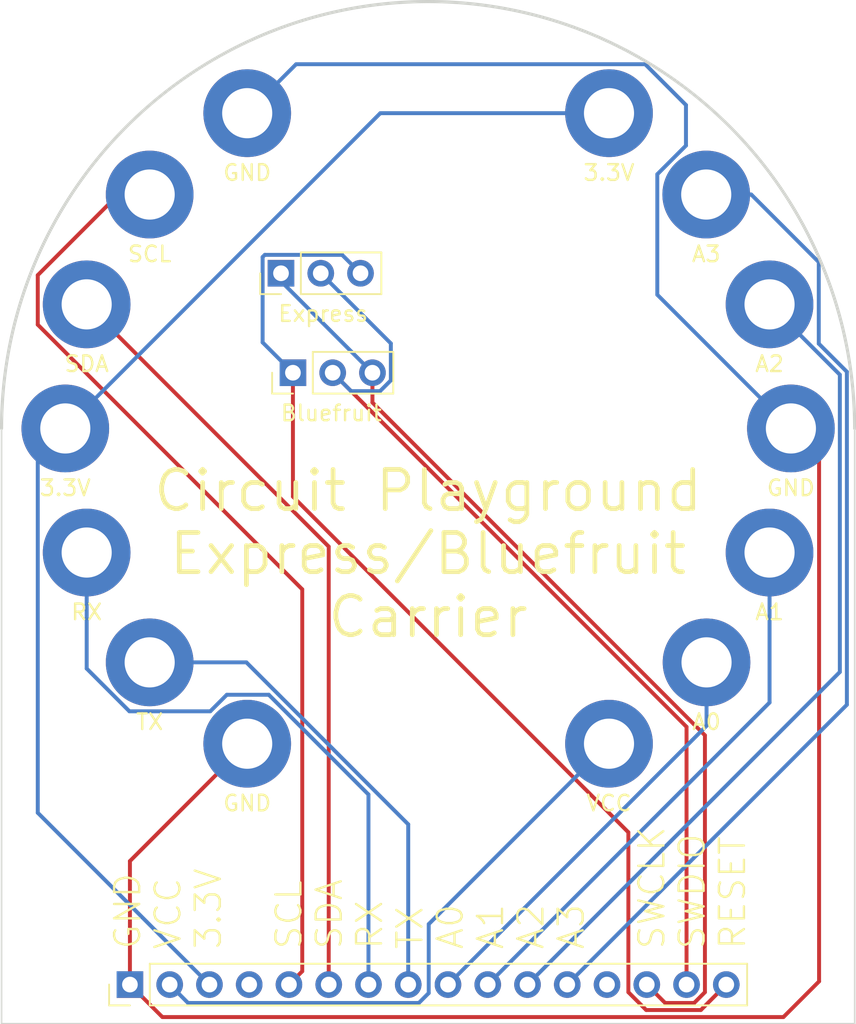
<source format=kicad_pcb>
(kicad_pcb (version 20221018) (generator pcbnew)
  (layers (0 "F.Cu" signal) (31 "B.Cu" signal) (34 "B.Paste" user) (35 "F.Paste" user) (36 "B.SilkS" user "B.Silkscreen") (37 "F.SilkS" user "F.Silkscreen") (38 "B.Mask" user) (39 "F.Mask" user) (44 "Edge.Cuts" user))
  (net 0 "")
  (net 1 "Net-(J1-Pin_1)")
  (net 2 "Net-(J1-Pin_5)")
  (net 3 "Net-(J1-Pin_6)")
  (net 4 "Net-(J1-Pin_3)")
  (net 5 "Net-(J1-Pin_7)")
  (net 6 "Net-(J1-Pin_8)")
  (net 7 "Net-(J1-Pin_12)")
  (net 8 "Net-(J1-Pin_11)")
  (net 9 "Net-(J1-Pin_10)")
  (net 10 "Net-(J1-Pin_9)")
  (net 11 "Net-(J1-Pin_2)")
  (net 14 "Net-(J1-Pin_14)")
  (net 15 "Net-(J1-Pin_15)")
  (net 16 "Net-(J1-Pin_16)")
  (footprint "MountingHole:MountingHole_3.2mm_M3_DIN965_Pad_TopBottom" (layer "F.Cu") (at 28.187 57.921)
    (fp_text reference "H5")
    (fp_text value "RX" (at 0 3.8) (layer "F.SilkS"))
    (pad "1" thru_hole circle (at 0 0) (size 3.6 3.6) (drill 3.2) (layers "*.Cu" "*.Mask") (net 5 "Net-(J1-Pin_7)"))
    (pad "1" connect circle (at 0 0) (size 5.6 5.6) (layers "F.Cu" "F.Mask") (net 5 "Net-(J1-Pin_7)"))
    (pad "1" connect circle (at 0 0) (size 5.6 5.6) (layers "B.Cu" "B.Mask") (net 5 "Net-(J1-Pin_7)"))
  )
  (footprint "Connector_PinHeader_2.54mm:PinHeader_1x16_P2.54mm_Vertical" (layer "F.Cu") (at 30.95 85.5 90)
    (fp_text reference "J1" hide)
    (fp_text value "Conn_01x16_Female" hide)
    (fp_line (start -1.33 -1.33) (end 0 -1.33) (stroke (width 0.12)) (layer "F.SilkS"))
    (fp_line (start -1.33 0) (end -1.33 -1.33) (stroke (width 0.12)) (layer "F.SilkS"))
    (fp_line (start -1.33 1.27) (end -1.33 39.43) (stroke (width 0.12)) (layer "F.SilkS"))
    (fp_line (start -1.33 1.27) (end 1.33 1.27) (stroke (width 0.12)) (layer "F.SilkS"))
    (fp_line (start -1.33 39.43) (end 1.33 39.43) (stroke (width 0.12)) (layer "F.SilkS"))
    (fp_line (start 1.33 1.27) (end 1.33 39.43) (stroke (width 0.12)) (layer "F.SilkS"))
    (pad "1" thru_hole rect (at 0 0 90) (size 1.7 1.7) (drill 1) (layers "*.Cu" "*.Mask") (net 1 "Net-(J1-Pin_1)"))
    (pad "2" thru_hole oval (at 0 2.54 90) (size 1.7 1.7) (drill 1) (layers "*.Cu" "*.Mask") (net 11 "Net-(J1-Pin_2)"))
    (pad "3" thru_hole oval (at 0 5.08 90) (size 1.7 1.7) (drill 1) (layers "*.Cu" "*.Mask") (net 4 "Net-(J1-Pin_3)"))
    (pad "4" thru_hole oval (at 0 7.62 90) (size 1.7 1.7) (drill 1) (layers "*.Cu" "*.Mask"))
    (pad "5" thru_hole oval (at 0 10.16 90) (size 1.7 1.7) (drill 1) (layers "*.Cu" "*.Mask") (net 2 "Net-(J1-Pin_5)"))
    (pad "6" thru_hole oval (at 0 12.7 90) (size 1.7 1.7) (drill 1) (layers "*.Cu" "*.Mask") (net 3 "Net-(J1-Pin_6)"))
    (pad "7" thru_hole oval (at 0 15.24 90) (size 1.7 1.7) (drill 1) (layers "*.Cu" "*.Mask") (net 5 "Net-(J1-Pin_7)"))
    (pad "8" thru_hole oval (at 0 17.78 90) (size 1.7 1.7) (drill 1) (layers "*.Cu" "*.Mask") (net 6 "Net-(J1-Pin_8)"))
    (pad "9" thru_hole oval (at 0 20.32 90) (size 1.7 1.7) (drill 1) (layers "*.Cu" "*.Mask") (net 10 "Net-(J1-Pin_9)"))
    (pad "10" thru_hole oval (at 0 22.86 90) (size 1.7 1.7) (drill 1) (layers "*.Cu" "*.Mask") (net 9 "Net-(J1-Pin_10)"))
    (pad "11" thru_hole oval (at 0 25.4 90) (size 1.7 1.7) (drill 1) (layers "*.Cu" "*.Mask") (net 8 "Net-(J1-Pin_11)"))
    (pad "12" thru_hole oval (at 0 27.94 90) (size 1.7 1.7) (drill 1) (layers "*.Cu" "*.Mask") (net 7 "Net-(J1-Pin_12)"))
    (pad "13" thru_hole oval (at 0 30.48 90) (size 1.7 1.7) (drill 1) (layers "*.Cu" "*.Mask"))
    (pad "14" thru_hole oval (at 0 33.02 90) (size 1.7 1.7) (drill 1) (layers "*.Cu" "*.Mask") (net 14 "Net-(J1-Pin_14)"))
    (pad "15" thru_hole oval (at 0 35.56 90) (size 1.7 1.7) (drill 1) (layers "*.Cu" "*.Mask") (net 15 "Net-(J1-Pin_15)"))
    (pad "16" thru_hole oval (at 0 38.1 90) (size 1.7 1.7) (drill 1) (layers "*.Cu" "*.Mask") (net 16 "Net-(J1-Pin_16)"))
  )
  (footprint "MountingHole:MountingHole_3.2mm_M3_DIN965_Pad_TopBottom" (layer "F.Cu") (at 32.212 35.068)
    (fp_text reference "H2")
    (fp_text value "SCL" (at 0 3.8) (layer "F.SilkS"))
    (pad "1" thru_hole circle (at 0 0) (size 3.6 3.6) (drill 3.2) (layers "*.Cu" "*.Mask") (net 2 "Net-(J1-Pin_5)"))
    (pad "1" connect circle (at 0 0) (size 5.6 5.6) (layers "F.Cu" "F.Mask") (net 2 "Net-(J1-Pin_5)"))
    (pad "1" connect circle (at 0 0) (size 5.6 5.6) (layers "B.Cu" "B.Mask") (net 2 "Net-(J1-Pin_5)"))
  )
  (footprint "MountingHole:MountingHole_3.2mm_M3_DIN965_Pad_TopBottom" (layer "F.Cu") (at 71.813 42.079)
    (fp_text reference "H10")
    (fp_text value "A2" (at 0 3.8) (layer "F.SilkS"))
    (pad "1" thru_hole circle (at 0 0) (size 3.6 3.6) (drill 3.2) (layers "*.Cu" "*.Mask") (net 8 "Net-(J1-Pin_11)"))
    (pad "1" connect circle (at 0 0) (size 5.6 5.6) (layers "F.Cu" "F.Mask") (net 8 "Net-(J1-Pin_11)"))
    (pad "1" connect circle (at 0 0) (size 5.6 5.6) (layers "B.Cu" "B.Mask") (net 8 "Net-(J1-Pin_11)"))
  )
  (footprint "MountingHole:MountingHole_3.2mm_M3_DIN965_Pad_TopBottom" (layer "F.Cu") (at 71.813 57.921)
    (fp_text reference "H12")
    (fp_text value "A1" (at 0 3.8) (layer "F.SilkS"))
    (pad "1" thru_hole circle (at 0 0) (size 3.6 3.6) (drill 3.2) (layers "*.Cu" "*.Mask") (net 9 "Net-(J1-Pin_10)"))
    (pad "1" connect circle (at 0 0) (size 5.6 5.6) (layers "F.Cu" "F.Mask") (net 9 "Net-(J1-Pin_10)"))
    (pad "1" connect circle (at 0 0) (size 5.6 5.6) (layers "B.Cu" "B.Mask") (net 9 "Net-(J1-Pin_10)"))
  )
  (footprint "MountingHole:MountingHole_3.2mm_M3_DIN965_Pad_TopBottom" (layer "F.Cu") (at 67.768 35.068)
    (fp_text reference "H9")
    (fp_text value "A3" (at 0 3.8) (layer "F.SilkS"))
    (pad "1" thru_hole circle (at 0 0) (size 3.6 3.6) (drill 3.2) (layers "*.Cu" "*.Mask") (net 7 "Net-(J1-Pin_12)"))
    (pad "1" connect circle (at 0 0) (size 5.6 5.6) (layers "F.Cu" "F.Mask") (net 7 "Net-(J1-Pin_12)"))
    (pad "1" connect circle (at 0 0) (size 5.6 5.6) (layers "B.Cu" "B.Mask") (net 7 "Net-(J1-Pin_12)"))
  )
  (footprint "MountingHole:MountingHole_3.2mm_M3_DIN965_Pad_TopBottom" (layer "F.Cu") (at 28.187 42.079)
    (fp_text reference "H3")
    (fp_text value "SDA" (at 0 3.8) (layer "F.SilkS"))
    (pad "1" thru_hole circle (at 0 0) (size 3.6 3.6) (drill 3.2) (layers "*.Cu" "*.Mask") (net 3 "Net-(J1-Pin_6)"))
    (pad "1" connect circle (at 0 0) (size 5.6 5.6) (layers "F.Cu" "F.Mask") (net 3 "Net-(J1-Pin_6)"))
    (pad "1" connect circle (at 0 0) (size 5.6 5.6) (layers "B.Cu" "B.Mask") (net 3 "Net-(J1-Pin_6)"))
  )
  (footprint "MountingHole:MountingHole_3.2mm_M3_DIN965_Pad_TopBottom" (layer "F.Cu") (at 67.788 64.932)
    (fp_text reference "H13")
    (fp_text value "A0" (at 0 3.8) (layer "F.SilkS"))
    (pad "1" thru_hole circle (at 0 0) (size 3.6 3.6) (drill 3.2) (layers "*.Cu" "*.Mask") (net 10 "Net-(J1-Pin_9)"))
    (pad "1" connect circle (at 0 0) (size 5.6 5.6) (layers "F.Cu" "F.Mask") (net 10 "Net-(J1-Pin_9)"))
    (pad "1" connect circle (at 0 0) (size 5.6 5.6) (layers "B.Cu" "B.Mask") (net 10 "Net-(J1-Pin_9)"))
  )
  (footprint "MountingHole:MountingHole_3.2mm_M3_DIN965_Pad_TopBottom" (layer "F.Cu") (at 73.178 50)
    (fp_text reference "H11")
    (fp_text value "GND" (at 0 3.8) (layer "F.SilkS"))
    (pad "1" thru_hole circle (at 0 0) (size 3.6 3.6) (drill 3.2) (layers "*.Cu" "*.Mask") (net 1 "Net-(J1-Pin_1)"))
    (pad "1" connect circle (at 0 0) (size 5.6 5.6) (layers "F.Cu" "F.Mask") (net 1 "Net-(J1-Pin_1)"))
    (pad "1" connect circle (at 0 0) (size 5.6 5.6) (layers "B.Cu" "B.Mask") (net 1 "Net-(J1-Pin_1)"))
  )
  (footprint "MountingHole:MountingHole_3.2mm_M3_DIN965_Pad_TopBottom" (layer "F.Cu") (at 26.822 50)
    (fp_text reference "H4")
    (fp_text value "3.3V" (at 0 3.8) (layer "F.SilkS"))
    (pad "1" thru_hole circle (at 0 0) (size 3.6 3.6) (drill 3.2) (layers "*.Cu" "*.Mask") (net 4 "Net-(J1-Pin_3)"))
    (pad "1" connect circle (at 0 0) (size 5.6 5.6) (layers "F.Cu" "F.Mask") (net 4 "Net-(J1-Pin_3)"))
    (pad "1" connect circle (at 0 0) (size 5.6 5.6) (layers "B.Cu" "B.Mask") (net 4 "Net-(J1-Pin_3)"))
  )
  (footprint "Connector_PinHeader_2.54mm:PinHeader_1x03_P2.54mm_Vertical" (layer "F.Cu") (at 40.602 40.094 90)
    (fp_text reference "J2")
    (fp_text value "Express" (at -2.581 2.698) (layer "F.SilkS"))
    (fp_line (start -1.33 -1.33) (end 0 -1.33) (stroke (width 0.12)) (layer "F.SilkS"))
    (fp_line (start -1.33 0) (end -1.33 -1.33) (stroke (width 0.12)) (layer "F.SilkS"))
    (fp_line (start -1.33 1.27) (end -1.33 6.41) (stroke (width 0.12)) (layer "F.SilkS"))
    (fp_line (start -1.33 1.27) (end 1.33 1.27) (stroke (width 0.12)) (layer "F.SilkS"))
    (fp_line (start -1.33 6.41) (end 1.33 6.41) (stroke (width 0.12)) (layer "F.SilkS"))
    (fp_line (start 1.33 1.27) (end 1.33 6.41) (stroke (width 0.12)) (layer "F.SilkS"))
    (pad "1" thru_hole rect (at 0 0 90) (size 1.7 1.7) (drill 1) (layers "*.Cu" "*.Mask") (net 14 "Net-(J1-Pin_14)"))
    (pad "2" thru_hole oval (at 0 2.54 90) (size 1.7 1.7) (drill 1) (layers "*.Cu" "*.Mask") (net 15 "Net-(J1-Pin_15)"))
    (pad "3" thru_hole oval (at 0 5.08 90) (size 1.7 1.7) (drill 1) (layers "*.Cu" "*.Mask") (net 16 "Net-(J1-Pin_16)"))
  )
  (footprint "MountingHole:MountingHole_3.2mm_M3_DIN965_Pad_TopBottom" (layer "F.Cu") (at 38.443 29.875)
    (fp_text reference "H1")
    (fp_text value "GND" (at 0 3.8) (layer "F.SilkS"))
    (pad "1" thru_hole circle (at 0 0) (size 3.6 3.6) (drill 3.2) (layers "*.Cu" "*.Mask") (net 1 "Net-(J1-Pin_1)"))
    (pad "1" connect circle (at 0 0) (size 5.6 5.6) (layers "F.Cu" "F.Mask") (net 1 "Net-(J1-Pin_1)"))
    (pad "1" connect circle (at 0 0) (size 5.6 5.6) (layers "B.Cu" "B.Mask") (net 1 "Net-(J1-Pin_1)"))
  )
  (footprint "MountingHole:MountingHole_3.2mm_M3_DIN965_Pad_TopBottom" (layer "F.Cu") (at 61.557 29.875)
    (fp_text reference "H8")
    (fp_text value "3.3V" (at 0 3.8) (layer "F.SilkS"))
    (pad "1" thru_hole circle (at 0 0) (size 3.6 3.6) (drill 3.2) (layers "*.Cu" "*.Mask") (net 4 "Net-(J1-Pin_3)"))
    (pad "1" connect circle (at 0 0) (size 5.6 5.6) (layers "F.Cu" "F.Mask") (net 4 "Net-(J1-Pin_3)"))
    (pad "1" connect circle (at 0 0) (size 5.6 5.6) (layers "B.Cu" "B.Mask") (net 4 "Net-(J1-Pin_3)"))
  )
  (footprint "MountingHole:MountingHole_3.2mm_M3_DIN965_Pad_TopBottom" (layer "F.Cu") (at 32.212 64.932)
    (fp_text reference "H6")
    (fp_text value "TX" (at 0 3.8) (layer "F.SilkS"))
    (pad "1" thru_hole circle (at 0 0) (size 3.6 3.6) (drill 3.2) (layers "*.Cu" "*.Mask") (net 6 "Net-(J1-Pin_8)"))
    (pad "1" connect circle (at 0 0) (size 5.6 5.6) (layers "F.Cu" "F.Mask") (net 6 "Net-(J1-Pin_8)"))
    (pad "1" connect circle (at 0 0) (size 5.6 5.6) (layers "B.Cu" "B.Mask") (net 6 "Net-(J1-Pin_8)"))
  )
  (footprint "MountingHole:MountingHole_3.2mm_M3_DIN965_Pad_TopBottom" (layer "F.Cu") (at 61.557 70.125)
    (fp_text reference "H14")
    (fp_text value "VCC" (at 0 3.8) (layer "F.SilkS"))
    (pad "1" thru_hole circle (at 0 0) (size 3.6 3.6) (drill 3.2) (layers "*.Cu" "*.Mask") (net 11 "Net-(J1-Pin_2)"))
    (pad "1" connect circle (at 0 0) (size 5.6 5.6) (layers "F.Cu" "F.Mask") (net 11 "Net-(J1-Pin_2)"))
    (pad "1" connect circle (at 0 0) (size 5.6 5.6) (layers "B.Cu" "B.Mask") (net 11 "Net-(J1-Pin_2)"))
  )
  (footprint "Connector_PinHeader_2.54mm:PinHeader_1x03_P2.54mm_Vertical" (layer "F.Cu") (at 41.364 46.444 90)
    (fp_text reference "J3")
    (fp_text value "Bluefruit" (at -2.575 2.45) (layer "F.SilkS"))
    (fp_line (start -1.33 -1.33) (end 0 -1.33) (stroke (width 0.12)) (layer "F.SilkS"))
    (fp_line (start -1.33 0) (end -1.33 -1.33) (stroke (width 0.12)) (layer "F.SilkS"))
    (fp_line (start -1.33 1.27) (end -1.33 6.41) (stroke (width 0.12)) (layer "F.SilkS"))
    (fp_line (start -1.33 1.27) (end 1.33 1.27) (stroke (width 0.12)) (layer "F.SilkS"))
    (fp_line (start -1.33 6.41) (end 1.33 6.41) (stroke (width 0.12)) (layer "F.SilkS"))
    (fp_line (start 1.33 1.27) (end 1.33 6.41) (stroke (width 0.12)) (layer "F.SilkS"))
    (pad "1" thru_hole rect (at 0 0 90) (size 1.7 1.7) (drill 1) (layers "*.Cu" "*.Mask") (net 16 "Net-(J1-Pin_16)"))
    (pad "2" thru_hole oval (at 0 2.54 90) (size 1.7 1.7) (drill 1) (layers "*.Cu" "*.Mask") (net 15 "Net-(J1-Pin_15)"))
    (pad "3" thru_hole oval (at 0 5.08 90) (size 1.7 1.7) (drill 1) (layers "*.Cu" "*.Mask") (net 14 "Net-(J1-Pin_14)"))
  )
  (footprint "MountingHole:MountingHole_3.2mm_M3_DIN965_Pad_TopBottom" (layer "F.Cu") (at 38.443 70.125)
    (fp_text reference "H7")
    (fp_text value "GND" (at 0 3.8) (layer "F.SilkS"))
    (pad "1" thru_hole circle (at 0 0) (size 3.6 3.6) (drill 3.2) (layers "*.Cu" "*.Mask") (net 1 "Net-(J1-Pin_1)"))
    (pad "1" connect circle (at 0 0) (size 5.6 5.6) (layers "F.Cu" "F.Mask") (net 1 "Net-(J1-Pin_1)"))
    (pad "1" connect circle (at 0 0) (size 5.6 5.6) (layers "B.Cu" "B.Mask") (net 1 "Net-(J1-Pin_1)"))
  )
  (gr_line (start 22.75 88) (end 77.25 88) (stroke (width 0.1)) (layer "Edge.Cuts"))
  (gr_line (start 22.75 50) (end 22.75 88) (stroke (width 0.1)) (layer "Edge.Cuts"))
  (gr_line (start 77.25 88) (end 77.25 50) (stroke (width 0.1)) (layer "Edge.Cuts"))
  (gr_arc (start 22.75 50) (mid 50 22.75) (end 77.25 50) (stroke (width 0.2)) (layer "Edge.Cuts"))
  (gr_text "GND\nVCC\n3.3V\n\nSCL\nSDA\nRX\nTX\nA0\nA1\nA2\nA3\n\nSWCLK\nSWDIO\nRESET" (at 50.125 83.35 90) (layer "F.SilkS") (effects (font (size 1.6 1.6)) (justify left)))
  (gr_text "Circuit Playground\nExpress/Bluefruit\nCarrier" (at 50 58) (layer "F.SilkS") (effects (font (size 2.5 2.5) (thickness 0.3))))
  (segment (start 72.699 87.575) (end 74.978 85.296) (width 0.25) (layer "F.Cu") (net 1))
  (segment (start 30.95 77.618) (end 38.443 70.125) (width 0.25) (layer "F.Cu") (net 1))
  (segment (start 30.95 85.5) (end 33.025 87.575) (width 0.25) (layer "F.Cu") (net 1))
  (segment (start 30.95 85.5) (end 30.95 77.618) (width 0.25) (layer "F.Cu") (net 1))
  (segment (start 74.978 51.8) (end 73.178 50) (width 0.25) (layer "F.Cu") (net 1))
  (segment (start 33.025 87.575) (end 72.699 87.575) (width 0.25) (layer "F.Cu") (net 1))
  (segment (start 74.978 85.296) (end 74.978 51.8) (width 0.25) (layer "F.Cu") (net 1))
  (segment (start 64.643 41.465) (end 73.178 50) (width 0.25) (layer "B.Cu") (net 1))
  (segment (start 38.443 29.875) (end 41.568 26.75) (width 0.25) (layer "B.Cu") (net 1))
  (segment (start 64.643 33.773582) (end 64.643 41.465) (width 0.25) (layer "B.Cu") (net 1))
  (segment (start 66.473582 29.354164) (end 66.473582 31.943) (width 0.25) (layer "B.Cu") (net 1))
  (segment (start 63.869418 26.75) (end 66.473582 29.354164) (width 0.25) (layer "B.Cu") (net 1))
  (segment (start 41.568 26.75) (end 63.869418 26.75) (width 0.25) (layer "B.Cu") (net 1))
  (segment (start 66.473582 31.943) (end 64.643 33.773582) (width 0.25) (layer "B.Cu") (net 1))
  (segment (start 41.96 84.65) (end 41.96 60.271418) (width 0.25) (layer "F.Cu") (net 2))
  (segment (start 25.062 43.373418) (end 25.062 40.216) (width 0.25) (layer "F.Cu") (net 2))
  (segment (start 41.96 60.271418) (end 25.062 43.373418) (width 0.25) (layer "F.Cu") (net 2))
  (segment (start 25.062 40.216) (end 30.21 35.068) (width 0.25) (layer "F.Cu") (net 2))
  (segment (start 41.11 85.5) (end 41.96 84.65) (width 0.25) (layer "F.Cu") (net 2))
  (segment (start 30.21 35.068) (end 32.212 35.068) (width 0.25) (layer "F.Cu") (net 2))
  (segment (start 43.65 85.5) (end 43.65 57.542) (width 0.25) (layer "F.Cu") (net 3))
  (segment (start 43.65 57.542) (end 28.187 42.079) (width 0.25) (layer "F.Cu") (net 3))
  (segment (start 36.03 85.5) (end 25.062 74.532) (width 0.25) (layer "B.Cu") (net 4))
  (segment (start 25.062 74.532) (end 25.062 51.76) (width 0.25) (layer "B.Cu") (net 4))
  (segment (start 46.947 29.875) (end 61.557 29.875) (width 0.25) (layer "B.Cu") (net 4))
  (segment (start 25.062 51.76) (end 26.822 50) (width 0.25) (layer "B.Cu") (net 4))
  (segment (start 26.822 50) (end 46.947 29.875) (width 0.25) (layer "B.Cu") (net 4))
  (segment (start 30.917582 68.057) (end 36.083 68.057) (width 0.25) (layer "B.Cu") (net 5))
  (segment (start 28.187 65.326418) (end 30.917582 68.057) (width 0.25) (layer "B.Cu") (net 5))
  (segment (start 28.187 57.921) (end 28.187 65.326418) (width 0.25) (layer "B.Cu") (net 5))
  (segment (start 36.083 68.057) (end 37.14 67) (width 0.25) (layer "B.Cu") (net 5))
  (segment (start 46.19 73.368) (end 46.19 85.5) (width 0.25) (layer "B.Cu") (net 5))
  (segment (start 39.822 67) (end 46.19 73.368) (width 0.25) (layer "B.Cu") (net 5))
  (segment (start 37.14 67) (end 39.822 67) (width 0.25) (layer "B.Cu") (net 5))
  (segment (start 32.212 64.932) (end 38.390396 64.932) (width 0.25) (layer "B.Cu") (net 6))
  (segment (start 38.390396 64.932) (end 48.73 75.271604) (width 0.25) (layer "B.Cu") (net 6))
  (segment (start 48.73 75.271604) (end 48.73 85.5) (width 0.25) (layer "B.Cu") (net 6))
  (segment (start 58.89 85.5) (end 76.753 67.637) (width 0.25) (layer "B.Cu") (net 7))
  (segment (start 76.753 46.382604) (end 74.95734 44.586944) (width 0.25) (layer "B.Cu") (net 7))
  (segment (start 74.95734 39.381152) (end 70.644188 35.068) (width 0.25) (layer "B.Cu") (net 7))
  (segment (start 70.644188 35.068) (end 67.768 35.068) (width 0.25) (layer "B.Cu") (net 7))
  (segment (start 74.95734 44.586944) (end 74.95734 39.381152) (width 0.25) (layer "B.Cu") (net 7))
  (segment (start 76.753 67.637) (end 76.753 46.382604) (width 0.25) (layer "B.Cu") (net 7))
  (segment (start 76.303 46.569) (end 71.813 42.079) (width 0.25) (layer "B.Cu") (net 8))
  (segment (start 56.35 85.5) (end 76.303 65.547) (width 0.25) (layer "B.Cu") (net 8))
  (segment (start 76.303 65.547) (end 76.303 46.569) (width 0.25) (layer "B.Cu") (net 8))
  (segment (start 53.81 85.5) (end 71.813 67.497) (width 0.25) (layer "B.Cu") (net 9))
  (segment (start 71.813 67.497) (end 71.813 57.921) (width 0.25) (layer "B.Cu") (net 9))
  (segment (start 51.27 85.5) (end 67.788 68.982) (width 0.25) (layer "B.Cu") (net 10))
  (segment (start 67.788 68.982) (end 67.788 64.932) (width 0.25) (layer "B.Cu") (net 10))
  (segment (start 33.49 85.5) (end 34.665 86.675) (width 0.25) (layer "B.Cu") (net 11))
  (segment (start 50.038 86.043701) (end 50.038 81.644) (width 0.25) (layer "B.Cu") (net 11))
  (segment (start 50.038 81.644) (end 61.557 70.125) (width 0.25) (layer "B.Cu") (net 11))
  (segment (start 34.665 86.675) (end 49.406701 86.675) (width 0.25) (layer "B.Cu") (net 11))
  (segment (start 49.406701 86.675) (end 50.038 86.043701) (width 0.25) (layer "B.Cu") (net 11))
  (segment (start 65.145 86.675) (end 63.97 85.5) (width 0.25) (layer "F.Cu") (net 14))
  (segment (start 46.444 46.444) (end 46.444 48.347604) (width 0.25) (layer "F.Cu") (net 14))
  (segment (start 66.996701 86.675) (end 65.145 86.675) (width 0.25) (layer "F.Cu") (net 14))
  (segment (start 67.685 69.588604) (end 67.685 85.986701) (width 0.25) (layer "F.Cu") (net 14))
  (segment (start 46.444 48.347604) (end 67.685 69.588604) (width 0.25) (layer "F.Cu") (net 14))
  (segment (start 67.685 85.986701) (end 66.996701 86.675) (width 0.25) (layer "F.Cu") (net 14))
  (segment (start 40.602 40.094) (end 40.602 40.602) (width 0.25) (layer "B.Cu") (net 14))
  (segment (start 40.602 40.602) (end 46.444 46.444) (width 0.25) (layer "B.Cu") (net 14))
  (segment (start 66.51 69.05) (end 66.51 85.5) (width 0.25) (layer "F.Cu") (net 15))
  (segment (start 43.904 46.444) (end 66.51 69.05) (width 0.25) (layer "F.Cu") (net 15))
  (segment (start 43.142 40.094) (end 47.619 44.571) (width 0.25) (layer "B.Cu") (net 15))
  (segment (start 47.619 46.930701) (end 46.930701 47.619) (width 0.25) (layer "B.Cu") (net 15))
  (segment (start 45.079 47.619) (end 43.904 46.444) (width 0.25) (layer "B.Cu") (net 15))
  (segment (start 47.619 44.571) (end 47.619 46.930701) (width 0.25) (layer "B.Cu") (net 15))
  (segment (start 46.930701 47.619) (end 45.079 47.619) (width 0.25) (layer "B.Cu") (net 15))
  (segment (start 62.795 85.986701) (end 63.933299 87.125) (width 0.25) (layer "F.Cu") (net 16))
  (segment (start 67.425 87.125) (end 69.05 85.5) (width 0.25) (layer "F.Cu") (net 16))
  (segment (start 41.364 46.444) (end 41.364 54.351418) (width 0.25) (layer "F.Cu") (net 16))
  (segment (start 62.795 75.782418) (end 62.795 85.986701) (width 0.25) (layer "F.Cu") (net 16))
  (segment (start 41.364 54.351418) (end 62.795 75.782418) (width 0.25) (layer "F.Cu") (net 16))
  (segment (start 63.933299 87.125) (end 67.425 87.125) (width 0.25) (layer "F.Cu") (net 16))
  (segment (start 39.567 38.919) (end 39.427 39.059) (width 0.25) (layer "B.Cu") (net 16))
  (segment (start 41.568 46.648) (end 41.364 46.444) (width 0.25) (layer "B.Cu") (net 16))
  (segment (start 39.427 39.059) (end 39.427 44.507) (width 0.25) (layer "B.Cu") (net 16))
  (segment (start 39.427 44.507) (end 41.364 46.444) (width 0.25) (layer "B.Cu") (net 16))
  (segment (start 45.682 40.094) (end 44.507 38.919) (width 0.25) (layer "B.Cu") (net 16))
  (segment (start 44.507 38.919) (end 39.567 38.919) (width 0.25) (layer "B.Cu") (net 16))
)
</source>
